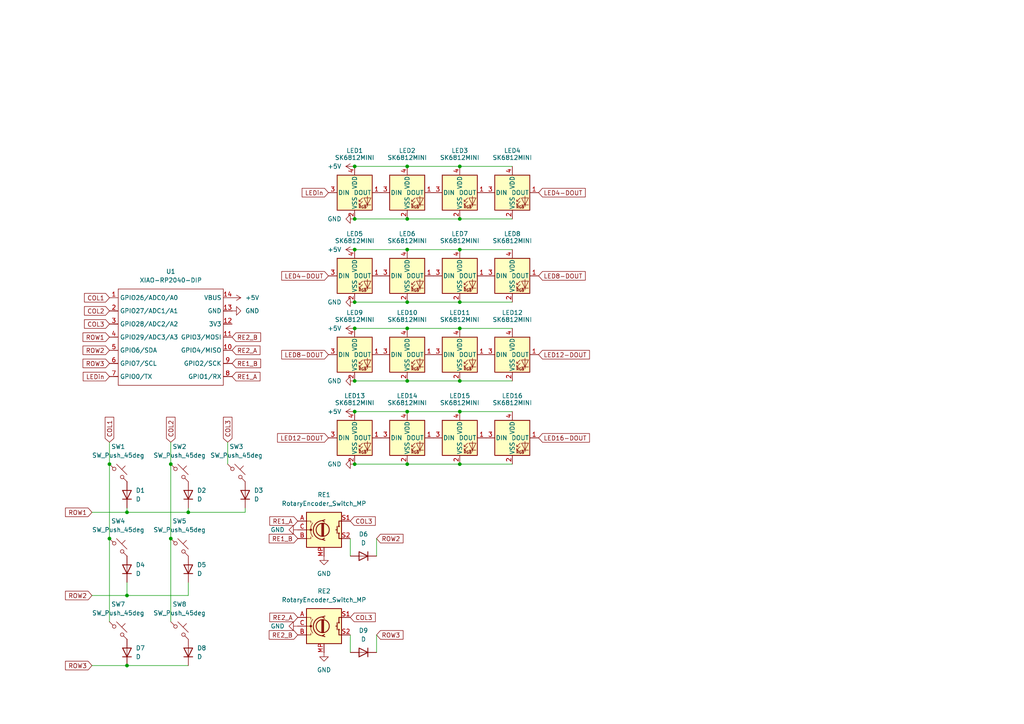
<source format=kicad_sch>
(kicad_sch (version 20250114) (generator "eeschema") (generator_version "9.0")
  (paper "A4")
  (lib_symbols
    (symbol "Device:D" (pin_numbers (hide yes)) (pin_names (offset 1.016) (hide yes))
      (property "Reference" "D" (at 0 2.54 0))
      (property "Value" "D" (at 0 -2.54 0))
      (symbol "D_0_1"
        (polyline (pts (xy -1.27 1.27) (xy -1.27 -1.27)) (stroke (width 0.254)))
        (polyline (pts (xy 1.27 1.27) (xy 1.27 -1.27) (xy -1.27 0) (xy 1.27 1.27)) (stroke (width 0.254)))
        (polyline (pts (xy 1.27 0) (xy -1.27 0)))
      )
      (symbol "D_1_1"
        (pin passive line (at -3.81 0 0) (length 2.54) (name "K") (number "1"))
        (pin passive line (at 3.81 0 180) (length 2.54) (name "A") (number "2"))
      )
    )
    (symbol "Device:RotaryEncoder_Switch_MP" (pin_names (offset 0.254) (hide yes))
      (property "Reference" "SW" (at 0 8.89 0))
      (property "Value" "RotaryEncoder_Switch_MP" (at 0 6.35 0))
      (symbol "RotaryEncoder_Switch_MP_0_1"
        (rectangle (start -5.08 5.08) (end 5.08 -5.08) (stroke (width 0.254)) (fill (type background)))
        (polyline (pts (xy -5.08 2.54) (xy -3.81 2.54) (xy -3.81 2.032)))
        (polyline (pts (xy -5.08 0) (xy -3.81 0) (xy -3.81 -1.016) (xy -3.302 -2.032)))
        (polyline (pts (xy -5.08 -2.54) (xy -3.81 -2.54) (xy -3.81 -2.032)))
        (polyline (pts (xy -4.318 0) (xy -3.81 0) (xy -3.81 1.016) (xy -3.302 2.032)))
        (circle (center -3.81 0) (radius 0.254) (fill (type outline)))
        (polyline (pts (xy -0.635 -1.778) (xy -0.635 1.778)) (stroke (width 0.254)))
        (circle (center -0.381 0) (radius 1.905) (stroke (width 0.254)))
        (polyline (pts (xy -0.381 -1.778) (xy -0.381 1.778)) (stroke (width 0.254)))
        (arc (start -0.381 -2.794) (mid -3.0988 -0.0635) (end -0.381 2.667) (stroke (width 0.254)))
        (polyline (pts (xy -0.127 1.778) (xy -0.127 -1.778)) (stroke (width 0.254)))
        (polyline (pts (xy 0.254 2.921) (xy -0.508 2.667) (xy 0.127 2.286)) (stroke (width 0.254)))
        (polyline (pts (xy 0.254 -3.048) (xy -0.508 -2.794) (xy 0.127 -2.413)) (stroke (width 0.254)))
        (polyline (pts (xy 3.81 1.016) (xy 3.81 -1.016)) (stroke (width 0.254)))
        (polyline (pts (xy 3.81 0) (xy 3.429 0)) (stroke (width 0.254)))
        (circle (center 4.318 1.016) (radius 0.127) (stroke (width 0.254)))
        (circle (center 4.318 -1.016) (radius 0.127) (stroke (width 0.254)))
        (polyline (pts (xy 5.08 2.54) (xy 4.318 2.54) (xy 4.318 1.016)) (stroke (width 0.254)))
        (polyline (pts (xy 5.08 -2.54) (xy 4.318 -2.54) (xy 4.318 -1.016)) (stroke (width 0.254)))
      )
      (symbol "RotaryEncoder_Switch_MP_1_1"
        (pin passive line (at -7.62 2.54 0) (length 2.54) (name "A") (number "A"))
        (pin passive line (at -7.62 0 0) (length 2.54) (name "C") (number "C"))
        (pin passive line (at -7.62 -2.54 0) (length 2.54) (name "B") (number "B"))
        (pin passive line (at 0 -7.62 90) (length 2.54) (name "MP") (number "MP"))
        (pin passive line (at 7.62 2.54 180) (length 2.54) (name "S1") (number "S1"))
        (pin passive line (at 7.62 -2.54 180) (length 2.54) (name "S2") (number "S2"))
      )
    )
    (symbol "LED:SK6812MINI" (pin_names (offset 0.254))
      (property "Reference" "D" (at 5.08 5.715 0))
      (property "Value" "SK6812MINI" (at 1.27 -5.715 0))
      (symbol "SK6812MINI_0_0"
        (text "RGB" (at 2.286 -4.191 0) (effects (font (size 0.762 0.762))))
      )
      (symbol "SK6812MINI_0_1"
        (polyline (pts (xy 1.27 -2.54) (xy 1.778 -2.54)))
        (polyline (pts (xy 1.27 -3.556) (xy 1.778 -3.556)))
        (polyline (pts (xy 2.286 -1.524) (xy 1.27 -2.54) (xy 1.27 -2.032)))
        (polyline (pts (xy 2.286 -2.54) (xy 1.27 -3.556) (xy 1.27 -3.048)))
        (polyline (pts (xy 3.683 -1.016) (xy 3.683 -3.556) (xy 3.683 -4.064)))
        (polyline (pts (xy 4.699 -1.524) (xy 2.667 -1.524) (xy 3.683 -3.556) (xy 4.699 -1.524)))
        (polyline (pts (xy 4.699 -3.556) (xy 2.667 -3.556)))
        (rectangle (start 5.08 5.08) (end -5.08 -5.08) (stroke (width 0.254)) (fill (type background)))
      )
      (symbol "SK6812MINI_1_1"
        (pin input line (at -7.62 0 0) (length 2.54) (name "DIN") (number "3"))
        (pin power_in line (at 0 7.62 270) (length 2.54) (name "VDD") (number "4"))
        (pin power_in line (at 0 -7.62 90) (length 2.54) (name "VSS") (number "2"))
        (pin output line (at 7.62 0 180) (length 2.54) (name "DOUT") (number "1"))
      )
    )
    (symbol "Seeed_Studio_XIAO_Series:XIAO-RP2040-DIP"
      (property "Reference" "U" (at 0 0 0))
      (property "Value" "XIAO-RP2040-DIP" (at 5.334 -1.778 0))
      (symbol "XIAO-RP2040-DIP_1_0"
        (polyline (pts (xy -1.27 -2.54) (xy 29.21 -2.54)) (stroke (width 0.1524)))
        (polyline (pts (xy -1.27 -5.08) (xy -2.54 -5.08)) (stroke (width 0.1524)))
        (polyline (pts (xy -1.27 -5.08) (xy -1.27 -2.54)) (stroke (width 0.1524)))
        (polyline (pts (xy -1.27 -8.89) (xy -2.54 -8.89)) (stroke (width 0.1524)))
        (polyline (pts (xy -1.27 -8.89) (xy -1.27 -5.08)) (stroke (width 0.1524)))
        (polyline (pts (xy -1.27 -12.7) (xy -2.54 -12.7)) (stroke (width 0.1524)))
        (polyline (pts (xy -1.27 -12.7) (xy -1.27 -8.89)) (stroke (width 0.1524)))
        (polyline (pts (xy -1.27 -16.51) (xy -2.54 -16.51)) (stroke (width 0.1524)))
        (polyline (pts (xy -1.27 -16.51) (xy -1.27 -12.7)) (stroke (width 0.1524)))
        (polyline (pts (xy -1.27 -20.32) (xy -2.54 -20.32)) (stroke (width 0.1524)))
        (polyline (pts (xy -1.27 -24.13) (xy -2.54 -24.13)) (stroke (width 0.1524)))
        (polyline (pts (xy -1.27 -27.94) (xy -2.54 -27.94)) (stroke (width 0.1524)))
        (polyline (pts (xy -1.27 -30.48) (xy -1.27 -16.51)) (stroke (width 0.1524)))
        (polyline (pts (xy 29.21 -2.54) (xy 29.21 -5.08)) (stroke (width 0.1524)))
        (polyline (pts (xy 29.21 -5.08) (xy 29.21 -8.89)) (stroke (width 0.1524)))
        (polyline (pts (xy 29.21 -8.89) (xy 29.21 -12.7)) (stroke (width 0.1524)))
        (polyline (pts (xy 29.21 -12.7) (xy 29.21 -30.48)) (stroke (width 0.1524)))
        (polyline (pts (xy 29.21 -30.48) (xy -1.27 -30.48)) (stroke (width 0.1524)))
        (polyline (pts (xy 30.48 -5.08) (xy 29.21 -5.08)) (stroke (width 0.1524)))
        (polyline (pts (xy 30.48 -8.89) (xy 29.21 -8.89)) (stroke (width 0.1524)))
        (polyline (pts (xy 30.48 -12.7) (xy 29.21 -12.7)) (stroke (width 0.1524)))
        (polyline (pts (xy 30.48 -16.51) (xy 29.21 -16.51)) (stroke (width 0.1524)))
        (polyline (pts (xy 30.48 -20.32) (xy 29.21 -20.32)) (stroke (width 0.1524)))
        (polyline (pts (xy 30.48 -24.13) (xy 29.21 -24.13)) (stroke (width 0.1524)))
        (polyline (pts (xy 30.48 -27.94) (xy 29.21 -27.94)) (stroke (width 0.1524)))
        (pin passive line (at -3.81 -5.08 0) (length 2.54) (name "GPIO26/ADC0/A0") (number "1"))
        (pin passive line (at -3.81 -8.89 0) (length 2.54) (name "GPIO27/ADC1/A1") (number "2"))
        (pin passive line (at -3.81 -12.7 0) (length 2.54) (name "GPIO28/ADC2/A2") (number "3"))
        (pin passive line (at -3.81 -16.51 0) (length 2.54) (name "GPIO29/ADC3/A3") (number "4"))
        (pin passive line (at -3.81 -20.32 0) (length 2.54) (name "GPIO6/SDA") (number "5"))
        (pin passive line (at -3.81 -24.13 0) (length 2.54) (name "GPIO7/SCL") (number "6"))
        (pin passive line (at -3.81 -27.94 0) (length 2.54) (name "GPIO0/TX") (number "7"))
        (pin passive line (at 31.75 -5.08 180) (length 2.54) (name "VBUS") (number "14"))
        (pin passive line (at 31.75 -8.89 180) (length 2.54) (name "GND") (number "13"))
        (pin passive line (at 31.75 -12.7 180) (length 2.54) (name "3V3") (number "12"))
        (pin passive line (at 31.75 -16.51 180) (length 2.54) (name "GPIO3/MOSI") (number "11"))
        (pin passive line (at 31.75 -20.32 180) (length 2.54) (name "GPIO4/MISO") (number "10"))
        (pin passive line (at 31.75 -24.13 180) (length 2.54) (name "GPIO2/SCK") (number "9"))
        (pin passive line (at 31.75 -27.94 180) (length 2.54) (name "GPIO1/RX") (number "8"))
      )
    )
    (symbol "Switch:SW_Push_45deg" (pin_numbers (hide yes)) (pin_names (offset 1.016) (hide yes))
      (property "Reference" "SW" (at 3.048 1.016 0))
      (property "Value" "SW_Push_45deg" (at 0 -3.81 0))
      (symbol "SW_Push_45deg_0_1"
        (polyline (pts (xy -2.54 2.54) (xy -1.524 1.524) (xy -1.524 1.524)))
        (circle (center -1.1684 1.1684) (radius 0.508))
        (polyline (pts (xy -0.508 2.54) (xy 2.54 -0.508)))
        (polyline (pts (xy 1.016 1.016) (xy 2.032 2.032)))
        (circle (center 1.143 -1.1938) (radius 0.508))
        (polyline (pts (xy 1.524 -1.524) (xy 2.54 -2.54) (xy 2.54 -2.54) (xy 2.54 -2.54)))
        (pin passive line (at -2.54 2.54 0) (length 0) (name "1") (number "1"))
        (pin passive line (at 2.54 -2.54 180) (length 0) (name "2") (number "2"))
      )
    )
    (symbol "power:+5V" (power) (pin_numbers (hide yes)) (pin_names (offset 0) (hide yes))
      (property "Value" "+5V" (at 0 3.556 0))
      (symbol "+5V_0_1"
        (polyline (pts (xy -0.762 1.27) (xy 0 2.54)))
        (polyline (pts (xy 0 2.54) (xy 0.762 1.27)))
        (polyline (pts (xy 0 0) (xy 0 2.54)))
      )
      (symbol "+5V_1_1"
        (pin power_in line (at 0 0 90) (length 0) (name "~") (number "1"))
      )
    )
    (symbol "power:GND" (power) (pin_numbers (hide yes)) (pin_names (offset 0) (hide yes))
      (property "Value" "GND" (at 0 -3.81 0))
      (symbol "GND_0_1"
        (polyline (pts (xy 0 0) (xy 0 -1.27) (xy 1.27 -1.27) (xy 0 -2.54) (xy -1.27 -1.27) (xy 0 -1.27)))
      )
      (symbol "GND_1_1"
        (pin power_in line (at 0 0 270) (length 0) (name "~") (number "1"))
      )
    )
  )
  (junction (at 118.11 87.63))
  (junction (at 118.11 119.38))
  (junction (at 102.87 63.5))
  (junction (at 36.83 193.04))
  (junction (at 36.83 172.72))
  (junction (at 54.61 148.59))
  (junction (at 49.53 156.21))
  (junction (at 102.87 48.26))
  (junction (at 133.35 48.26))
  (junction (at 133.35 63.5))
  (junction (at 102.87 72.39))
  (junction (at 102.87 95.25))
  (junction (at 102.87 119.38))
  (junction (at 133.35 72.39))
  (junction (at 118.11 63.5))
  (junction (at 118.11 95.25))
  (junction (at 133.35 110.49))
  (junction (at 102.87 87.63))
  (junction (at 118.11 134.62))
  (junction (at 133.35 95.25))
  (junction (at 49.53 134.62))
  (junction (at 31.75 134.62))
  (junction (at 36.83 148.59))
  (junction (at 118.11 110.49))
  (junction (at 102.87 134.62))
  (junction (at 102.87 110.49))
  (junction (at 31.75 156.21))
  (junction (at 133.35 134.62))
  (junction (at 133.35 119.38))
  (junction (at 118.11 48.26))
  (junction (at 118.11 72.39))
  (junction (at 133.35 87.63))
  (wire (pts (xy 31.75 128.27) (xy 31.75 134.62)))
  (wire (pts (xy 102.87 134.62) (xy 118.11 134.62)))
  (wire (pts (xy 26.67 148.59) (xy 36.83 148.59)))
  (wire (pts (xy 133.35 110.49) (xy 148.59 110.49)))
  (wire (pts (xy 36.83 193.04) (xy 54.61 193.04)))
  (wire (pts (xy 36.83 172.72) (xy 54.61 172.72)))
  (wire (pts (xy 118.11 63.5) (xy 133.35 63.5)))
  (wire (pts (xy 26.67 172.72) (xy 36.83 172.72)))
  (wire (pts (xy 49.53 156.21) (xy 49.53 180.34)))
  (wire (pts (xy 118.11 72.39) (xy 133.35 72.39)))
  (wire (pts (xy 133.35 119.38) (xy 148.59 119.38)))
  (wire (pts (xy 54.61 148.59) (xy 71.12 148.59)))
  (wire (pts (xy 101.6 189.23) (xy 101.6 184.15)))
  (wire (pts (xy 49.53 134.62) (xy 49.53 156.21)))
  (wire (pts (xy 36.83 168.91) (xy 36.83 172.72)))
  (wire (pts (xy 118.11 110.49) (xy 133.35 110.49)))
  (wire (pts (xy 101.6 161.29) (xy 101.6 156.21)))
  (wire (pts (xy 102.87 48.26) (xy 118.11 48.26)))
  (wire (pts (xy 133.35 48.26) (xy 148.59 48.26)))
  (wire (pts (xy 118.11 134.62) (xy 133.35 134.62)))
  (wire (pts (xy 109.22 189.23) (xy 109.22 184.15)))
  (wire (pts (xy 102.87 119.38) (xy 118.11 119.38)))
  (wire (pts (xy 71.12 147.32) (xy 71.12 148.59)))
  (wire (pts (xy 102.87 72.39) (xy 118.11 72.39)))
  (wire (pts (xy 109.22 161.29) (xy 109.22 156.21)))
  (wire (pts (xy 118.11 95.25) (xy 133.35 95.25)))
  (wire (pts (xy 102.87 110.49) (xy 118.11 110.49)))
  (wire (pts (xy 36.83 147.32) (xy 36.83 148.59)))
  (wire (pts (xy 26.67 193.04) (xy 36.83 193.04)))
  (wire (pts (xy 36.83 148.59) (xy 54.61 148.59)))
  (wire (pts (xy 133.35 87.63) (xy 148.59 87.63)))
  (wire (pts (xy 133.35 72.39) (xy 148.59 72.39)))
  (wire (pts (xy 102.87 87.63) (xy 118.11 87.63)))
  (wire (pts (xy 54.61 168.91) (xy 54.61 172.72)))
  (wire (pts (xy 133.35 63.5) (xy 148.59 63.5)))
  (wire (pts (xy 118.11 87.63) (xy 133.35 87.63)))
  (wire (pts (xy 31.75 156.21) (xy 31.75 180.34)))
  (wire (pts (xy 31.75 134.62) (xy 31.75 156.21)))
  (wire (pts (xy 133.35 95.25) (xy 148.59 95.25)))
  (wire (pts (xy 118.11 48.26) (xy 133.35 48.26)))
  (wire (pts (xy 118.11 119.38) (xy 133.35 119.38)))
  (wire (pts (xy 54.61 147.32) (xy 54.61 148.59)))
  (wire (pts (xy 102.87 95.25) (xy 118.11 95.25)))
  (wire (pts (xy 133.35 134.62) (xy 148.59 134.62)))
  (wire (pts (xy 66.04 128.27) (xy 66.04 134.62)))
  (wire (pts (xy 49.53 128.27) (xy 49.53 134.62)))
  (wire (pts (xy 102.87 63.5) (xy 118.11 63.5)))
  (global_label "COL1" (shape input) (at 31.75 128.27 90) (property "Intersheetrefs" "${INTERSHEET_REFS}" (effects (hide yes))))
  (global_label "LED8-DOUT" (shape input) (at 95.25 102.87 180) (property "Intersheetrefs" "${INTERSHEET_REFS}" (effects (hide yes))))
  (global_label "COL2" (shape input) (at 49.53 128.27 90) (property "Intersheetrefs" "${INTERSHEET_REFS}" (effects (hide yes))))
  (global_label "COL3" (shape input) (at 31.75 93.98 180) (property "Intersheetrefs" "${INTERSHEET_REFS}" (effects (hide yes))))
  (global_label "LEDin" (shape input) (at 95.25 55.88 180) (property "Intersheetrefs" "${INTERSHEET_REFS}" (effects (hide yes))))
  (global_label "ROW3" (shape input) (at 26.67 193.04 180) (property "Intersheetrefs" "${INTERSHEET_REFS}" (effects (hide yes))))
  (global_label "LED16-DOUT" (shape input) (at 156.21 127 0) (property "Intersheetrefs" "${INTERSHEET_REFS}" (effects (hide yes))))
  (global_label "LED4-DOUT" (shape input) (at 156.21 55.88 0) (property "Intersheetrefs" "${INTERSHEET_REFS}" (effects (hide yes))))
  (global_label "ROW2" (shape input) (at 109.22 156.21 0) (property "Intersheetrefs" "${INTERSHEET_REFS}" (effects (hide yes))))
  (global_label "RE1_A" (shape input) (at 86.36 151.13 180) (property "Intersheetrefs" "${INTERSHEET_REFS}" (effects (hide yes))))
  (global_label "ROW3" (shape input) (at 109.22 184.15 0) (property "Intersheetrefs" "${INTERSHEET_REFS}" (effects (hide yes))))
  (global_label "COL3" (shape input) (at 101.6 151.13 0) (property "Intersheetrefs" "${INTERSHEET_REFS}" (effects (hide yes))))
  (global_label "LED12-DOUT" (shape input) (at 95.25 127 180) (property "Intersheetrefs" "${INTERSHEET_REFS}" (effects (hide yes))))
  (global_label "RE1_A" (shape input) (at 67.31 109.22 0) (property "Intersheetrefs" "${INTERSHEET_REFS}" (effects (hide yes))))
  (global_label "RE2_A" (shape input) (at 86.36 179.07 180) (property "Intersheetrefs" "${INTERSHEET_REFS}" (effects (hide yes))))
  (global_label "LEDin" (shape input) (at 31.75 109.22 180) (property "Intersheetrefs" "${INTERSHEET_REFS}" (effects (hide yes))))
  (global_label "RE1_B" (shape input) (at 86.36 156.21 180) (property "Intersheetrefs" "${INTERSHEET_REFS}" (effects (hide yes))))
  (global_label "ROW3" (shape input) (at 31.75 105.41 180) (property "Intersheetrefs" "${INTERSHEET_REFS}" (effects (hide yes))))
  (global_label "COL3" (shape input) (at 101.6 179.07 0) (property "Intersheetrefs" "${INTERSHEET_REFS}" (effects (hide yes))))
  (global_label "RE2_B" (shape input) (at 67.31 97.79 0) (property "Intersheetrefs" "${INTERSHEET_REFS}" (effects (hide yes))))
  (global_label "LED8-DOUT" (shape input) (at 156.21 80.01 0) (property "Intersheetrefs" "${INTERSHEET_REFS}" (effects (hide yes))))
  (global_label "ROW1" (shape input) (at 26.67 148.59 180) (property "Intersheetrefs" "${INTERSHEET_REFS}" (effects (hide yes))))
  (global_label "RE2_A" (shape input) (at 67.31 101.6 0) (property "Intersheetrefs" "${INTERSHEET_REFS}" (effects (hide yes))))
  (global_label "COL3" (shape input) (at 66.04 128.27 90) (property "Intersheetrefs" "${INTERSHEET_REFS}" (effects (hide yes))))
  (global_label "LED4-DOUT" (shape input) (at 95.25 80.01 180) (property "Intersheetrefs" "${INTERSHEET_REFS}" (effects (hide yes))))
  (global_label "ROW2" (shape input) (at 31.75 101.6 180) (property "Intersheetrefs" "${INTERSHEET_REFS}" (effects (hide yes))))
  (global_label "RE2_B" (shape input) (at 86.36 184.15 180) (property "Intersheetrefs" "${INTERSHEET_REFS}" (effects (hide yes))))
  (global_label "COL1" (shape input) (at 31.75 86.36 180) (property "Intersheetrefs" "${INTERSHEET_REFS}" (effects (hide yes))))
  (global_label "ROW2" (shape input) (at 26.67 172.72 180) (property "Intersheetrefs" "${INTERSHEET_REFS}" (effects (hide yes))))
  (global_label "LED12-DOUT" (shape input) (at 156.21 102.87 0) (property "Intersheetrefs" "${INTERSHEET_REFS}" (effects (hide yes))))
  (global_label "RE1_B" (shape input) (at 67.31 105.41 0) (property "Intersheetrefs" "${INTERSHEET_REFS}" (effects (hide yes))))
  (global_label "COL2" (shape input) (at 31.75 90.17 180) (property "Intersheetrefs" "${INTERSHEET_REFS}" (effects (hide yes))))
  (global_label "ROW1" (shape input) (at 31.75 97.79 180) (property "Intersheetrefs" "${INTERSHEET_REFS}" (effects (hide yes))))
  (symbol (lib_id "LED:SK6812MINI") (at 102.87 80.01 0) (unit 1)
    (property "Reference" "LED5" (at 102.87 67.818 0))
    (property "Value" "SK6812MINI" (at 102.87 69.85 0))
    (property "Footprint" "LED_SMD:SK6812-MINI-E" (effects (hide yes)))
    (property "Datasheet" "https://cdn-shop.adafruit.com/product-files/2686/SK6812MINI_REV.01-1-2.pdf" (effects (hide yes)))
    (property "Description" "RGB LED with integrated controller" (effects (hide yes)))
  )
  (symbol (lib_id "Switch:SW_Push_45deg") (at 52.07 137.16 0) (unit 1)
    (property "Reference" "SW2" (at 52.07 129.54 0))
    (property "Value" "SW_Push_45deg" (at 52.07 132.08 0))
    (property "Footprint" "Button_Switch_Keyboard:SW_Cherry_MX_1.00u_PCB" (effects (hide yes)))
    (property "Description" "Push button switch, normally open, two pins, 45° tilted" (effects (hide yes)))
  )
  (symbol (lib_id "power:GND") (at 102.87 134.62 270) (unit 1)
    (property "Reference" "#PWR014" (effects (hide yes)))
    (property "Value" "GND" (at 99.06 134.6199 90) (effects (justify right)))
    (property "Description" "Power symbol creates a global label with name \"GND\" , ground" (effects (hide yes)))
  )
  (symbol (lib_id "LED:SK6812MINI") (at 102.87 55.88 0) (unit 1)
    (property "Reference" "LED1" (at 102.87 43.688 0))
    (property "Value" "SK6812MINI" (at 102.87 45.72 0))
    (property "Footprint" "LED_SMD:SK6812-MINI-E" (effects (hide yes)))
    (property "Datasheet" "https://cdn-shop.adafruit.com/product-files/2686/SK6812MINI_REV.01-1-2.pdf" (effects (hide yes)))
    (property "Description" "RGB LED with integrated controller" (effects (hide yes)))
  )
  (symbol (lib_id "Switch:SW_Push_45deg") (at 52.07 182.88 0) (unit 1)
    (property "Reference" "SW8" (at 52.07 175.26 0))
    (property "Value" "SW_Push_45deg" (at 52.07 177.8 0))
    (property "Footprint" "Button_Switch_Keyboard:SW_Cherry_MX_1.00u_PCB" (effects (hide yes)))
    (property "Description" "Push button switch, normally open, two pins, 45° tilted" (effects (hide yes)))
  )
  (symbol (lib_id "power:GND") (at 102.87 63.5 270) (unit 1)
    (property "Reference" "#PWR01" (effects (hide yes)))
    (property "Value" "GND" (at 99.06 63.4999 90) (effects (justify right)))
    (property "Description" "Power symbol creates a global label with name \"GND\" , ground" (effects (hide yes)))
  )
  (symbol (lib_id "power:+5V") (at 67.31 86.36 270) (unit 1)
    (property "Reference" "#PWR09" (effects (hide yes)))
    (property "Value" "+5V" (at 71.12 86.3599 90) (effects (justify left)))
    (property "Description" "Power symbol creates a global label with name \"+5V\"" (effects (hide yes)))
  )
  (symbol (lib_id "Device:D") (at 105.41 161.29 180) (unit 1)
    (property "Reference" "D6" (at 105.41 154.94 0))
    (property "Value" "D" (at 105.41 157.48 0))
    (property "Footprint" "Diode_THT:D_DO-35_SOD27_P7.62mm_Horizontal" (effects (hide yes)))
    (property "Description" "Diode" (effects (hide yes)))
    (property "Sim.Device" "D" (effects (hide yes)))
    (property "Sim.Pins" "1=K 2=A" (effects (hide yes)))
  )
  (symbol (lib_id "LED:SK6812MINI") (at 118.11 127 0) (unit 1)
    (property "Reference" "LED14" (at 118.11 114.808 0))
    (property "Value" "SK6812MINI" (at 118.11 116.84 0))
    (property "Footprint" "LED_SMD:SK6812-MINI-E" (effects (hide yes)))
    (property "Datasheet" "https://cdn-shop.adafruit.com/product-files/2686/SK6812MINI_REV.01-1-2.pdf" (effects (hide yes)))
    (property "Description" "RGB LED with integrated controller" (effects (hide yes)))
  )
  (symbol (lib_id "Device:D") (at 105.41 189.23 180) (unit 1)
    (property "Reference" "D9" (at 105.41 182.88 0))
    (property "Value" "D" (at 105.41 185.42 0))
    (property "Footprint" "Diode_THT:D_DO-35_SOD27_P7.62mm_Horizontal" (effects (hide yes)))
    (property "Description" "Diode" (effects (hide yes)))
    (property "Sim.Device" "D" (effects (hide yes)))
    (property "Sim.Pins" "1=K 2=A" (effects (hide yes)))
  )
  (symbol (lib_id "LED:SK6812MINI") (at 102.87 127 0) (unit 1)
    (property "Reference" "LED13" (at 102.87 114.808 0))
    (property "Value" "SK6812MINI" (at 102.87 116.84 0))
    (property "Footprint" "LED_SMD:SK6812-MINI-E" (effects (hide yes)))
    (property "Datasheet" "https://cdn-shop.adafruit.com/product-files/2686/SK6812MINI_REV.01-1-2.pdf" (effects (hide yes)))
    (property "Description" "RGB LED with integrated controller" (effects (hide yes)))
  )
  (symbol (lib_id "Switch:SW_Push_45deg") (at 34.29 137.16 0) (unit 1)
    (property "Reference" "SW1" (at 34.29 129.54 0))
    (property "Value" "SW_Push_45deg" (at 34.29 132.08 0))
    (property "Footprint" "Button_Switch_Keyboard:SW_Cherry_MX_1.00u_PCB" (effects (hide yes)))
    (property "Description" "Push button switch, normally open, two pins, 45° tilted" (effects (hide yes)))
  )
  (symbol (lib_id "power:GND") (at 67.31 90.17 90) (unit 1)
    (property "Reference" "#PWR010" (effects (hide yes)))
    (property "Value" "GND" (at 71.12 90.1699 90) (effects (justify right)))
    (property "Description" "Power symbol creates a global label with name \"GND\" , ground" (effects (hide yes)))
  )
  (symbol (lib_id "Device:RotaryEncoder_Switch_MP") (at 93.98 181.61 0) (unit 1)
    (property "Reference" "RE2" (at 93.98 171.45 0))
    (property "Value" "RotaryEncoder_Switch_MP" (at 93.98 173.99 0))
    (property "Footprint" "Rotary_Encoder:RotaryEncoder_Alps_EC11E-Switch_Vertical_H20mm" (effects (hide yes)))
    (property "Description" "Rotary encoder, dual channel, incremental quadrate outputs, with switch and MP Pin" (effects (hide yes)))
  )
  (symbol (lib_id "Device:D") (at 71.12 143.51 90) (unit 1)
    (property "Reference" "D3" (at 73.66 142.2399 90) (effects (justify right)))
    (property "Value" "D" (at 73.66 144.7799 90) (effects (justify right)))
    (property "Footprint" "Diode_THT:D_DO-35_SOD27_P7.62mm_Horizontal" (effects (hide yes)))
    (property "Description" "Diode" (effects (hide yes)))
    (property "Sim.Device" "D" (effects (hide yes)))
    (property "Sim.Pins" "1=K 2=A" (effects (hide yes)))
  )
  (symbol (lib_id "power:+5V") (at 102.87 72.39 90) (unit 1)
    (property "Reference" "#PWR04" (effects (hide yes)))
    (property "Value" "+5V" (at 99.06 72.3899 90) (effects (justify left)))
    (property "Description" "Power symbol creates a global label with name \"+5V\"" (effects (hide yes)))
  )
  (symbol (lib_id "Switch:SW_Push_45deg") (at 34.29 158.75 0) (unit 1)
    (property "Reference" "SW4" (at 34.29 151.13 0))
    (property "Value" "SW_Push_45deg" (at 34.29 153.67 0))
    (property "Footprint" "Button_Switch_Keyboard:SW_Cherry_MX_1.00u_PCB" (effects (hide yes)))
    (property "Description" "Push button switch, normally open, two pins, 45° tilted" (effects (hide yes)))
  )
  (symbol (lib_id "Device:D") (at 36.83 143.51 90) (unit 1)
    (property "Reference" "D1" (at 39.37 142.2399 90) (effects (justify right)))
    (property "Value" "D" (at 39.37 144.7799 90) (effects (justify right)))
    (property "Footprint" "Diode_THT:D_DO-35_SOD27_P7.62mm_Horizontal" (effects (hide yes)))
    (property "Description" "Diode" (effects (hide yes)))
    (property "Sim.Device" "D" (effects (hide yes)))
    (property "Sim.Pins" "1=K 2=A" (effects (hide yes)))
  )
  (symbol (lib_id "Seeed_Studio_XIAO_Series:XIAO-RP2040-DIP") (at 35.56 81.28 0) (unit 1)
    (property "Reference" "U1" (at 49.53 78.74 0))
    (property "Value" "XIAO-RP2040-DIP" (at 49.53 81.28 0))
    (property "Footprint" "Seeed Studio XIAO Series Library:XIAO-RP2040-DIP" (effects (hide yes)))
  )
  (symbol (lib_id "Device:RotaryEncoder_Switch_MP") (at 93.98 153.67 0) (unit 1)
    (property "Reference" "RE1" (at 93.98 143.51 0))
    (property "Value" "RotaryEncoder_Switch_MP" (at 93.98 146.05 0))
    (property "Footprint" "Rotary_Encoder:RotaryEncoder_Alps_EC11E-Switch_Vertical_H20mm" (effects (hide yes)))
    (property "Description" "Rotary encoder, dual channel, incremental quadrate outputs, with switch and MP Pin" (effects (hide yes)))
  )
  (symbol (lib_id "power:GND") (at 86.36 181.61 270) (unit 1)
    (property "Reference" "#PWR07" (effects (hide yes)))
    (property "Value" "GND" (at 82.55 181.6099 90) (effects (justify right)))
    (property "Description" "Power symbol creates a global label with name \"GND\" , ground" (effects (hide yes)))
  )
  (symbol (lib_id "LED:SK6812MINI") (at 118.11 102.87 0) (unit 1)
    (property "Reference" "LED10" (at 118.11 90.678 0))
    (property "Value" "SK6812MINI" (at 118.11 92.71 0))
    (property "Footprint" "LED_SMD:SK6812-MINI-E" (effects (hide yes)))
    (property "Datasheet" "https://cdn-shop.adafruit.com/product-files/2686/SK6812MINI_REV.01-1-2.pdf" (effects (hide yes)))
    (property "Description" "RGB LED with integrated controller" (effects (hide yes)))
  )
  (symbol (lib_id "Switch:SW_Push_45deg") (at 68.58 137.16 0) (unit 1)
    (property "Reference" "SW3" (at 68.58 129.54 0))
    (property "Value" "SW_Push_45deg" (at 68.58 132.08 0))
    (property "Footprint" "Button_Switch_Keyboard:SW_Cherry_MX_1.00u_PCB" (effects (hide yes)))
    (property "Description" "Push button switch, normally open, two pins, 45° tilted" (effects (hide yes)))
  )
  (symbol (lib_id "power:+5V") (at 102.87 48.26 90) (unit 1)
    (property "Reference" "#PWR02" (effects (hide yes)))
    (property "Value" "+5V" (at 99.06 48.2599 90) (effects (justify left)))
    (property "Description" "Power symbol creates a global label with name \"+5V\"" (effects (hide yes)))
  )
  (symbol (lib_id "power:GND") (at 86.36 153.67 270) (unit 1)
    (property "Reference" "#PWR08" (effects (hide yes)))
    (property "Value" "GND" (at 82.55 153.6699 90) (effects (justify right)))
    (property "Description" "Power symbol creates a global label with name \"GND\" , ground" (effects (hide yes)))
  )
  (symbol (lib_id "power:GND") (at 93.98 161.29 0) (unit 1)
    (property "Reference" "#PWR03" (effects (hide yes)))
    (property "Value" "GND" (at 93.98 166.37 0))
    (property "Description" "Power symbol creates a global label with name \"GND\" , ground" (effects (hide yes)))
  )
  (symbol (lib_id "LED:SK6812MINI") (at 133.35 102.87 0) (unit 1)
    (property "Reference" "LED11" (at 133.35 90.678 0))
    (property "Value" "SK6812MINI" (at 133.35 92.71 0))
    (property "Footprint" "LED_SMD:SK6812-MINI-E" (effects (hide yes)))
    (property "Datasheet" "https://cdn-shop.adafruit.com/product-files/2686/SK6812MINI_REV.01-1-2.pdf" (effects (hide yes)))
    (property "Description" "RGB LED with integrated controller" (effects (hide yes)))
  )
  (symbol (lib_id "power:GND") (at 102.87 110.49 270) (unit 1)
    (property "Reference" "#PWR012" (effects (hide yes)))
    (property "Value" "GND" (at 99.06 110.4899 90) (effects (justify right)))
    (property "Description" "Power symbol creates a global label with name \"GND\" , ground" (effects (hide yes)))
  )
  (symbol (lib_id "LED:SK6812MINI") (at 148.59 55.88 0) (unit 1)
    (property "Reference" "LED4" (at 148.59 43.688 0))
    (property "Value" "SK6812MINI" (at 148.59 45.72 0))
    (property "Footprint" "LED_SMD:SK6812-MINI-E" (effects (hide yes)))
    (property "Datasheet" "https://cdn-shop.adafruit.com/product-files/2686/SK6812MINI_REV.01-1-2.pdf" (effects (hide yes)))
    (property "Description" "RGB LED with integrated controller" (effects (hide yes)))
  )
  (symbol (lib_id "LED:SK6812MINI") (at 133.35 55.88 0) (unit 1)
    (property "Reference" "LED3" (at 133.35 43.688 0))
    (property "Value" "SK6812MINI" (at 133.35 45.72 0))
    (property "Footprint" "LED_SMD:SK6812-MINI-E" (effects (hide yes)))
    (property "Datasheet" "https://cdn-shop.adafruit.com/product-files/2686/SK6812MINI_REV.01-1-2.pdf" (effects (hide yes)))
    (property "Description" "RGB LED with integrated controller" (effects (hide yes)))
  )
  (symbol (lib_id "LED:SK6812MINI") (at 133.35 127 0) (unit 1)
    (property "Reference" "LED15" (at 133.35 114.808 0))
    (property "Value" "SK6812MINI" (at 133.35 116.84 0))
    (property "Footprint" "LED_SMD:SK6812-MINI-E" (effects (hide yes)))
    (property "Datasheet" "https://cdn-shop.adafruit.com/product-files/2686/SK6812MINI_REV.01-1-2.pdf" (effects (hide yes)))
    (property "Description" "RGB LED with integrated controller" (effects (hide yes)))
  )
  (symbol (lib_id "Device:D") (at 54.61 165.1 90) (unit 1)
    (property "Reference" "D5" (at 57.15 163.8299 90) (effects (justify right)))
    (property "Value" "D" (at 57.15 166.3699 90) (effects (justify right)))
    (property "Footprint" "Diode_THT:D_DO-35_SOD27_P7.62mm_Horizontal" (effects (hide yes)))
    (property "Description" "Diode" (effects (hide yes)))
    (property "Sim.Device" "D" (effects (hide yes)))
    (property "Sim.Pins" "1=K 2=A" (effects (hide yes)))
  )
  (symbol (lib_id "LED:SK6812MINI") (at 118.11 80.01 0) (unit 1)
    (property "Reference" "LED6" (at 118.11 67.818 0))
    (property "Value" "SK6812MINI" (at 118.11 69.85 0))
    (property "Footprint" "LED_SMD:SK6812-MINI-E" (effects (hide yes)))
    (property "Datasheet" "https://cdn-shop.adafruit.com/product-files/2686/SK6812MINI_REV.01-1-2.pdf" (effects (hide yes)))
    (property "Description" "RGB LED with integrated controller" (effects (hide yes)))
  )
  (symbol (lib_id "LED:SK6812MINI") (at 148.59 102.87 0) (unit 1)
    (property "Reference" "LED12" (at 148.59 90.678 0))
    (property "Value" "SK6812MINI" (at 148.59 92.71 0))
    (property "Footprint" "LED_SMD:SK6812-MINI-E" (effects (hide yes)))
    (property "Datasheet" "https://cdn-shop.adafruit.com/product-files/2686/SK6812MINI_REV.01-1-2.pdf" (effects (hide yes)))
    (property "Description" "RGB LED with integrated controller" (effects (hide yes)))
  )
  (symbol (lib_id "power:GND") (at 102.87 87.63 270) (unit 1)
    (property "Reference" "#PWR05" (effects (hide yes)))
    (property "Value" "GND" (at 99.06 87.6299 90) (effects (justify right)))
    (property "Description" "Power symbol creates a global label with name \"GND\" , ground" (effects (hide yes)))
  )
  (symbol (lib_id "Switch:SW_Push_45deg") (at 52.07 158.75 0) (unit 1)
    (property "Reference" "SW5" (at 52.07 151.13 0))
    (property "Value" "SW_Push_45deg" (at 52.07 153.67 0))
    (property "Footprint" "Button_Switch_Keyboard:SW_Cherry_MX_1.00u_PCB" (effects (hide yes)))
    (property "Description" "Push button switch, normally open, two pins, 45° tilted" (effects (hide yes)))
  )
  (symbol (lib_id "LED:SK6812MINI") (at 148.59 127 0) (unit 1)
    (property "Reference" "LED16" (at 148.59 114.808 0))
    (property "Value" "SK6812MINI" (at 148.59 116.84 0))
    (property "Footprint" "LED_SMD:SK6812-MINI-E" (effects (hide yes)))
    (property "Datasheet" "https://cdn-shop.adafruit.com/product-files/2686/SK6812MINI_REV.01-1-2.pdf" (effects (hide yes)))
    (property "Description" "RGB LED with integrated controller" (effects (hide yes)))
  )
  (symbol (lib_id "power:+5V") (at 102.87 119.38 90) (unit 1)
    (property "Reference" "#PWR013" (effects (hide yes)))
    (property "Value" "+5V" (at 99.06 119.3799 90) (effects (justify left)))
    (property "Description" "Power symbol creates a global label with name \"+5V\"" (effects (hide yes)))
  )
  (symbol (lib_id "LED:SK6812MINI") (at 118.11 55.88 0) (unit 1)
    (property "Reference" "LED2" (at 118.11 43.688 0))
    (property "Value" "SK6812MINI" (at 118.11 45.72 0))
    (property "Footprint" "LED_SMD:SK6812-MINI-E" (effects (hide yes)))
    (property "Datasheet" "https://cdn-shop.adafruit.com/product-files/2686/SK6812MINI_REV.01-1-2.pdf" (effects (hide yes)))
    (property "Description" "RGB LED with integrated controller" (effects (hide yes)))
  )
  (symbol (lib_id "Switch:SW_Push_45deg") (at 34.29 182.88 0) (unit 1)
    (property "Reference" "SW7" (at 34.29 175.26 0))
    (property "Value" "SW_Push_45deg" (at 34.29 177.8 0))
    (property "Footprint" "Button_Switch_Keyboard:SW_Cherry_MX_1.00u_PCB" (effects (hide yes)))
    (property "Description" "Push button switch, normally open, two pins, 45° tilted" (effects (hide yes)))
  )
  (symbol (lib_id "power:GND") (at 93.98 189.23 0) (unit 1)
    (property "Reference" "#PWR06" (effects (hide yes)))
    (property "Value" "GND" (at 93.98 194.31 0))
    (property "Description" "Power symbol creates a global label with name \"GND\" , ground" (effects (hide yes)))
  )
  (symbol (lib_id "Device:D") (at 54.61 189.23 90) (unit 1)
    (property "Reference" "D8" (at 57.15 187.9599 90) (effects (justify right)))
    (property "Value" "D" (at 57.15 190.4999 90) (effects (justify right)))
    (property "Footprint" "Diode_THT:D_DO-35_SOD27_P7.62mm_Horizontal" (effects (hide yes)))
    (property "Description" "Diode" (effects (hide yes)))
    (property "Sim.Device" "D" (effects (hide yes)))
    (property "Sim.Pins" "1=K 2=A" (effects (hide yes)))
  )
  (symbol (lib_id "LED:SK6812MINI") (at 148.59 80.01 0) (unit 1)
    (property "Reference" "LED8" (at 148.59 67.818 0))
    (property "Value" "SK6812MINI" (at 148.59 69.85 0))
    (property "Footprint" "LED_SMD:SK6812-MINI-E" (effects (hide yes)))
    (property "Datasheet" "https://cdn-shop.adafruit.com/product-files/2686/SK6812MINI_REV.01-1-2.pdf" (effects (hide yes)))
    (property "Description" "RGB LED with integrated controller" (effects (hide yes)))
  )
  (symbol (lib_id "Device:D") (at 36.83 189.23 90) (unit 1)
    (property "Reference" "D7" (at 39.37 187.9599 90) (effects (justify right)))
    (property "Value" "D" (at 39.37 190.4999 90) (effects (justify right)))
    (property "Footprint" "Diode_THT:D_DO-35_SOD27_P7.62mm_Horizontal" (effects (hide yes)))
    (property "Description" "Diode" (effects (hide yes)))
    (property "Sim.Device" "D" (effects (hide yes)))
    (property "Sim.Pins" "1=K 2=A" (effects (hide yes)))
  )
  (symbol (lib_id "power:+5V") (at 102.87 95.25 90) (unit 1)
    (property "Reference" "#PWR011" (effects (hide yes)))
    (property "Value" "+5V" (at 99.06 95.2499 90) (effects (justify left)))
    (property "Description" "Power symbol creates a global label with name \"+5V\"" (effects (hide yes)))
  )
  (symbol (lib_id "Device:D") (at 54.61 143.51 90) (unit 1)
    (property "Reference" "D2" (at 57.15 142.2399 90) (effects (justify right)))
    (property "Value" "D" (at 57.15 144.7799 90) (effects (justify right)))
    (property "Footprint" "Diode_THT:D_DO-35_SOD27_P7.62mm_Horizontal" (effects (hide yes)))
    (property "Description" "Diode" (effects (hide yes)))
    (property "Sim.Device" "D" (effects (hide yes)))
    (property "Sim.Pins" "1=K 2=A" (effects (hide yes)))
  )
  (symbol (lib_id "LED:SK6812MINI") (at 133.35 80.01 0) (unit 1)
    (property "Reference" "LED7" (at 133.35 67.818 0))
    (property "Value" "SK6812MINI" (at 133.35 69.85 0))
    (property "Footprint" "LED_SMD:SK6812-MINI-E" (effects (hide yes)))
    (property "Datasheet" "https://cdn-shop.adafruit.com/product-files/2686/SK6812MINI_REV.01-1-2.pdf" (effects (hide yes)))
    (property "Description" "RGB LED with integrated controller" (effects (hide yes)))
  )
  (symbol (lib_id "Device:D") (at 36.83 165.1 90) (unit 1)
    (property "Reference" "D4" (at 39.37 163.8299 90) (effects (justify right)))
    (property "Value" "D" (at 39.37 166.3699 90) (effects (justify right)))
    (property "Footprint" "Diode_THT:D_DO-35_SOD27_P7.62mm_Horizontal" (effects (hide yes)))
    (property "Description" "Diode" (effects (hide yes)))
    (property "Sim.Device" "D" (effects (hide yes)))
    (property "Sim.Pins" "1=K 2=A" (effects (hide yes)))
  )
  (symbol (lib_id "LED:SK6812MINI") (at 102.87 102.87 0) (unit 1)
    (property "Reference" "LED9" (at 102.87 90.678 0))
    (property "Value" "SK6812MINI" (at 102.87 92.71 0))
    (property "Footprint" "LED_SMD:SK6812-MINI-E" (effects (hide yes)))
    (property "Datasheet" "https://cdn-shop.adafruit.com/product-files/2686/SK6812MINI_REV.01-1-2.pdf" (effects (hide yes)))
    (property "Description" "RGB LED with integrated controller" (effects (hide yes)))
  )
)
</source>
